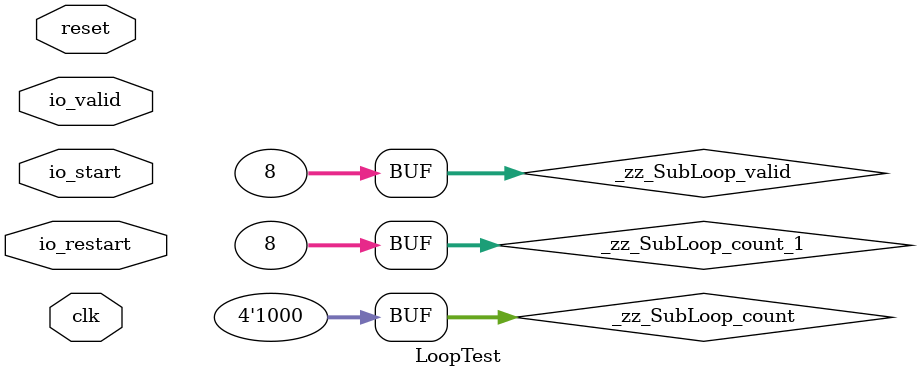
<source format=v>

`timescale 1ns/1ps

module LoopTest (
  input               io_valid,
  input               io_restart,
  input      [31:0]   io_start,
  input               clk,
  input               reset
);

  wire       [31:0]   _zz_SubLoop_valid;
  wire       [31:0]   _zz_SubLoop_count_1;
  wire       [3:0]    _zz_SubLoop_count;
  reg        [31:0]   SubLoop_count;
  reg                 SubLoop_valid;

  assign _zz_SubLoop_valid = {28'd0, _zz_SubLoop_count};
  assign _zz_SubLoop_count_1 = {28'd0, _zz_SubLoop_count};
  assign _zz_SubLoop_count = 4'b1000;
  always @(*) begin
    SubLoop_valid = ((SubLoop_count <= _zz_SubLoop_valid) && io_valid);
    if(io_restart) begin
      SubLoop_valid = 1'b0;
    end
  end

  always @(posedge clk) begin
    if(io_valid) begin
      if(SubLoop_valid) begin
        SubLoop_count <= io_start;
      end else begin
        SubLoop_count <= (SubLoop_count - _zz_SubLoop_count_1);
      end
    end
    if(io_restart) begin
      SubLoop_count <= io_start;
    end
  end


endmodule

</source>
